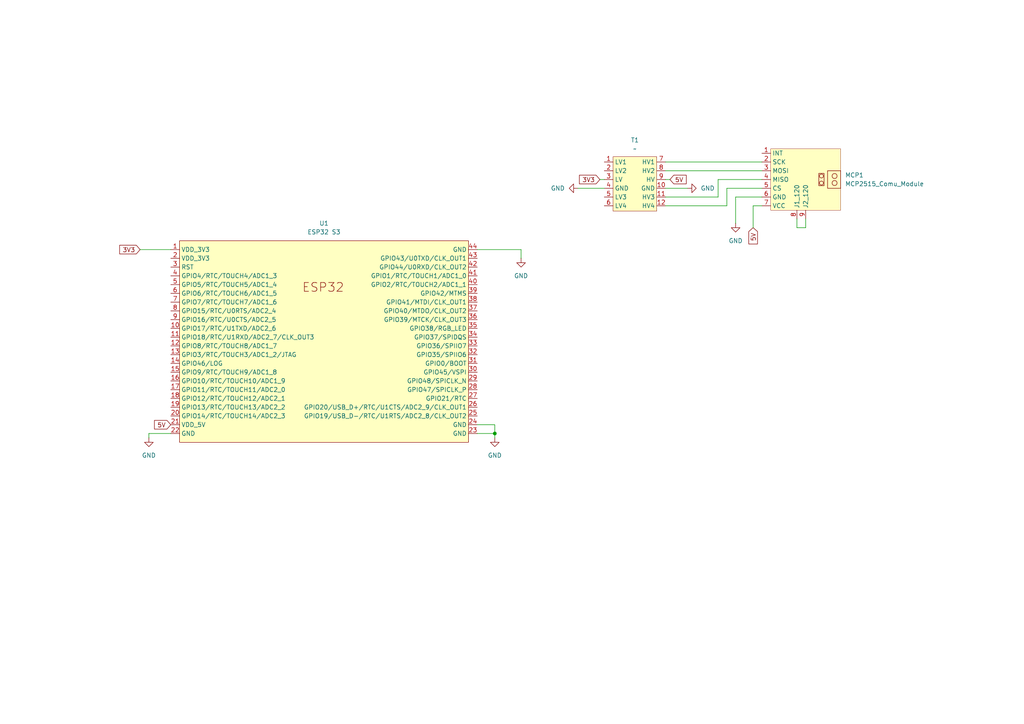
<source format=kicad_sch>
(kicad_sch (version 20250114) (generator "eeschema") (generator_version "9.0")
  (paper "A4")
  (title_block (title "Placa principal (ECU)") (date "2026-01-11") (rev "0.1"))
  (lib_symbols
    (symbol "FSAE_Library:Conver_Logico"
      (property "Reference" "T" (at -5.08 9.144 0))
      (symbol "Conver_Logico_1_1"
        (rectangle (start -6.35 7.874) (end 6.35 -7.874) (stroke (width 0.1016)) (fill (type background)))
        (pin bidirectional line (at -8.89 6.35 0) (length 2.54) (name "LV1") (number "1"))
        (pin bidirectional line (at -8.89 3.81 0) (length 2.54) (name "LV2") (number "2"))
        (pin power_in line (at -8.89 1.27 0) (length 2.54) (name "LV") (number "3"))
        (pin power_in line (at -8.89 -1.27 0) (length 2.54) (name "GND") (number "4"))
        (pin bidirectional line (at -8.89 -3.81 0) (length 2.54) (name "LV3") (number "5"))
        (pin bidirectional line (at -8.89 -6.35 0) (length 2.54) (name "LV4") (number "6"))
        (pin bidirectional line (at 8.89 6.35 180) (length 2.54) (name "HV1") (number "7"))
        (pin bidirectional line (at 8.89 3.81 180) (length 2.54) (name "HV2") (number "8"))
        (pin power_in line (at 8.89 1.27 180) (length 2.54) (name "HV") (number "9"))
        (pin power_in line (at 8.89 -1.27 180) (length 2.54) (name "GND") (number "10"))
        (pin bidirectional line (at 8.89 -3.81 180) (length 2.54) (name "HV3") (number "11"))
        (pin bidirectional line (at 8.89 -6.35 180) (length 2.54) (name "HV4") (number "12"))
      )
    )
    (symbol "FSAE_Library:ESP32 S3"
      (property "Reference" "U" (at -41.656 32.512 0))
      (property "Value" "ESP32 S3" (at -41.656 30.48 0))
      (symbol "ESP32 S3_0_0"
        (text "ESP32" (at -0.254 15.748 0) (effects (font (size 2.54 2.54))))
      )
      (symbol "ESP32 S3_0_1"
        (rectangle (start -41.91 29.21) (end 41.91 -29.21) (fill (type background)))
      )
      (symbol "ESP32 S3_1_1"
        (pin power_out line (at -44.45 26.67 0) (length 2.54) (name "VDD_3V3") (number "1"))
        (pin power_out line (at -44.45 24.13 0) (length 2.54) (name "VDD_3V3") (number "2"))
        (pin input line (at -44.45 21.59 0) (length 2.54) (name "RST") (number "3"))
        (pin bidirectional line (at -44.45 19.05 0) (length 2.54) (name "GPIO4/RTC/TOUCH4/ADC1_3") (number "4"))
        (pin bidirectional line (at -44.45 16.51 0) (length 2.54) (name "GPIO5/RTC/TOUCH5/ADC1_4") (number "5"))
        (pin bidirectional line (at -44.45 13.97 0) (length 2.54) (name "GPIO6/RTC/TOUCH6/ADC1_5") (number "6"))
        (pin bidirectional line (at -44.45 11.43 0) (length 2.54) (name "GPIO7/RTC/TOUCH7/ADC1_6") (number "7"))
        (pin bidirectional line (at -44.45 8.89 0) (length 2.54) (name "GPIO15/RTC/U0RTS/ADC2_4") (number "8"))
        (pin bidirectional line (at -44.45 6.35 0) (length 2.54) (name "GPIO16/RTC/U0CTS/ADC2_5") (number "9"))
        (pin bidirectional line (at -44.45 3.81 0) (length 2.54) (name "GPIO17/RTC/U1TXD/ADC2_6") (number "10"))
        (pin bidirectional line (at -44.45 1.27 0) (length 2.54) (name "GPIO18/RTC/U1RXD/ADC2_7/CLK_OUT3") (number "11"))
        (pin bidirectional line (at -44.45 -1.27 0) (length 2.54) (name "GPIO8/RTC/TOUCH8/ADC1_7") (number "12"))
        (pin bidirectional line (at -44.45 -3.81 0) (length 2.54) (name "GPIO3/RTC/TOUCH3/ADC1_2/JTAG") (number "13"))
        (pin bidirectional line (at -44.45 -6.35 0) (length 2.54) (name "GPIO46/LOG") (number "14"))
        (pin bidirectional line (at -44.45 -8.89 0) (length 2.54) (name "GPIO9/RTC/TOUCH9/ADC1_8") (number "15"))
        (pin bidirectional line (at -44.45 -11.43 0) (length 2.54) (name "GPIO10/RTC/TOUCH10/ADC1_9") (number "16"))
        (pin bidirectional line (at -44.45 -13.97 0) (length 2.54) (name "GPIO11/RTC/TOUCH11/ADC2_0") (number "17"))
        (pin bidirectional line (at -44.45 -16.51 0) (length 2.54) (name "GPIO12/RTC/TOUCH12/ADC2_1") (number "18"))
        (pin bidirectional line (at -44.45 -19.05 0) (length 2.54) (name "GPIO13/RTC/TOUCH13/ADC2_2") (number "19"))
        (pin bidirectional line (at -44.45 -21.59 0) (length 2.54) (name "GPIO14/RTC/TOUCH14/ADC2_3") (number "20"))
        (pin power_out line (at -44.45 -24.13 0) (length 2.54) (name "VDD_5V") (number "21"))
        (pin power_out line (at -44.45 -26.67 0) (length 2.54) (name "GND") (number "22"))
        (pin power_out line (at 44.45 26.67 180) (length 2.54) (name "GND") (number "44"))
        (pin bidirectional line (at 44.45 24.13 180) (length 2.54) (name "GPIO43/U0TXD/CLK_OUT1") (number "43"))
        (pin bidirectional line (at 44.45 21.59 180) (length 2.54) (name "GPIO44/U0RXD/CLK_OUT2") (number "42"))
        (pin bidirectional line (at 44.45 19.05 180) (length 2.54) (name "GPIO1/RTC/TOUCH1/ADC1_0") (number "41"))
        (pin bidirectional line (at 44.45 16.51 180) (length 2.54) (name "GPIO2/RTC/TOUCH2/ADC1_1") (number "40"))
        (pin bidirectional line (at 44.45 13.97 180) (length 2.54) (name "GPIO42/MTMS") (number "39"))
        (pin bidirectional line (at 44.45 11.43 180) (length 2.54) (name "GPIO41/MTDI/CLK_OUT1") (number "38"))
        (pin bidirectional line (at 44.45 8.89 180) (length 2.54) (name "GPIO40/MTDO/CLK_OUT2") (number "37"))
        (pin bidirectional line (at 44.45 6.35 180) (length 2.54) (name "GPIO39/MTCK/CLK_OUT3") (number "36"))
        (pin bidirectional line (at 44.45 3.81 180) (length 2.54) (name "GPIO38/RGB_LED") (number "35"))
        (pin bidirectional line (at 44.45 1.27 180) (length 2.54) (name "GPIO37/SPIDQS") (number "34"))
        (pin bidirectional line (at 44.45 -1.27 180) (length 2.54) (name "GPIO36/SPIIO7") (number "33"))
        (pin bidirectional line (at 44.45 -3.81 180) (length 2.54) (name "GPIO35/SPIIO6") (number "32"))
        (pin bidirectional line (at 44.45 -6.35 180) (length 2.54) (name "GPIO0/BOOT") (number "31"))
        (pin bidirectional line (at 44.45 -8.89 180) (length 2.54) (name "GPIO45/VSPI") (number "30"))
        (pin bidirectional line (at 44.45 -11.43 180) (length 2.54) (name "GPIO48/SPICLK_N") (number "29"))
        (pin bidirectional line (at 44.45 -13.97 180) (length 2.54) (name "GPIO47/SPICLK_P") (number "28"))
        (pin bidirectional line (at 44.45 -16.51 180) (length 2.54) (name "GPIO21/RTC") (number "27"))
        (pin bidirectional line (at 44.45 -19.05 180) (length 2.54) (name "GPIO20/USB_D+/RTC/U1CTS/ADC2_9/CLK_OUT1") (number "26"))
        (pin input line (at 44.45 -21.59 180) (length 2.54) (name "GPIO19/USB_D-/RTC/U1RTS/ADC2_8/CLK_OUT2") (number "25"))
        (pin power_out line (at 44.45 -24.13 180) (length 2.54) (name "GND") (number "24"))
        (pin power_out line (at 44.45 -26.67 180) (length 2.54) (name "GND") (number "23"))
      )
    )
    (symbol "FSAE_Library:MCP2515_Comu_Module"
      (property "Reference" "MCP" (at -8.382 12.7 0))
      (property "Value" "MCP2515_Comu_Module" (at 1.016 10.668 0))
      (symbol "MCP2515_Comu_Module_1_1"
        (rectangle (start -10.16 8.89) (end 10.16 -8.89) (stroke (width 0.0762)) (fill (type background)))
        (rectangle (start 3.81 1.778) (end 5.334 -1.778))
        (circle (center 4.572 1.016) (radius 0.568))
        (circle (center 4.572 -1.016) (radius 0.568))
        (circle (center 8.382 1.016) (radius 0.7184))
        (circle (center 8.382 -1.016) (radius 0.7184))
        (rectangle (start 10.16 2.54) (end 6.35 -2.54))
        (pin output line (at -12.7 7.62 0) (length 2.54) (name "INT") (number "1"))
        (pin input line (at -12.7 5.08 0) (length 2.54) (name "SCK") (number "2"))
        (pin input line (at -12.7 2.54 0) (length 2.54) (name "MOSI") (number "3"))
        (pin output line (at -12.7 0 0) (length 2.54) (name "MISO") (number "4"))
        (pin input line (at -12.7 -2.54 0) (length 2.54) (name "CS") (number "5"))
        (pin power_in line (at -12.7 -5.08 0) (length 2.54) (name "GND") (number "6"))
        (pin power_in line (at -12.7 -7.62 0) (length 2.54) (name "VCC") (number "7"))
        (pin passive line (at -2.54 -11.43 90) (length 2.54) (name "J1_120") (number "8"))
        (pin passive line (at 0 -11.43 90) (length 2.54) (name "J2_120") (number "9"))
      )
    )
    (symbol "power:GND" (power) (pin_numbers (hide yes)) (pin_names (offset 0) (hide yes))
      (property "Value" "GND" (at 0 -3.81 0))
      (symbol "GND_0_1"
        (polyline (pts (xy 0 0) (xy 0 -1.27) (xy 1.27 -1.27) (xy 0 -2.54) (xy -1.27 -1.27) (xy 0 -1.27)))
      )
      (symbol "GND_1_1"
        (pin power_in line (at 0 0 270) (length 0) (name "~") (number "1"))
      )
    )
  )
  (junction (at 143.51 125.73))
  (wire (pts (xy 220.98 59.69) (xy 218.44 59.69)))
  (wire (pts (xy 138.43 72.39) (xy 151.13 72.39)))
  (wire (pts (xy 199.39 54.61) (xy 193.04 54.61)))
  (wire (pts (xy 218.44 59.69) (xy 218.44 66.04)))
  (wire (pts (xy 143.51 125.73) (xy 143.51 127)))
  (wire (pts (xy 193.04 49.53) (xy 220.98 49.53)))
  (wire (pts (xy 208.28 52.07) (xy 220.98 52.07)))
  (wire (pts (xy 193.04 46.99) (xy 220.98 46.99)))
  (wire (pts (xy 194.31 52.07) (xy 193.04 52.07)))
  (wire (pts (xy 210.82 54.61) (xy 220.98 54.61)))
  (wire (pts (xy 193.04 57.15) (xy 208.28 57.15)))
  (wire (pts (xy 138.43 123.19) (xy 143.51 123.19)))
  (wire (pts (xy 231.14 63.5) (xy 231.14 66.04)))
  (wire (pts (xy 49.53 125.73) (xy 43.18 125.73)))
  (wire (pts (xy 143.51 123.19) (xy 143.51 125.73)))
  (wire (pts (xy 220.98 57.15) (xy 213.36 57.15)))
  (wire (pts (xy 208.28 57.15) (xy 208.28 52.07)))
  (wire (pts (xy 167.64 54.61) (xy 175.26 54.61)))
  (wire (pts (xy 138.43 125.73) (xy 143.51 125.73)))
  (wire (pts (xy 210.82 59.69) (xy 210.82 54.61)))
  (wire (pts (xy 40.64 72.39) (xy 49.53 72.39)))
  (wire (pts (xy 193.04 59.69) (xy 210.82 59.69)))
  (wire (pts (xy 43.18 125.73) (xy 43.18 127)))
  (wire (pts (xy 213.36 57.15) (xy 213.36 64.77)))
  (wire (pts (xy 151.13 72.39) (xy 151.13 74.93)))
  (wire (pts (xy 233.68 66.04) (xy 233.68 63.5)))
  (wire (pts (xy 231.14 66.04) (xy 233.68 66.04)))
  (wire (pts (xy 173.99 52.07) (xy 175.26 52.07)))
  (global_label "3V3" (shape input) (at 173.99 52.07 180) (property "Intersheetrefs" "${INTERSHEET_REFS}" (effects (hide yes))))
  (global_label "5V" (shape input) (at 194.31 52.07 0) (property "Intersheetrefs" "${INTERSHEET_REFS}" (effects (hide yes))))
  (global_label "5V" (shape input) (at 49.53 123.19 180) (property "Intersheetrefs" "${INTERSHEET_REFS}" (effects (hide yes))))
  (global_label "3V3" (shape input) (at 40.64 72.39 180) (property "Intersheetrefs" "${INTERSHEET_REFS}" (effects (hide yes))))
  (global_label "5V" (shape input) (at 218.44 66.04 270) (property "Intersheetrefs" "${INTERSHEET_REFS}" (effects (hide yes))))
  (symbol (lib_id "FSAE_Library:MCP2515_Comu_Module") (at 233.68 52.07 0) (unit 1)
    (property "Reference" "MCP1" (at 245.11 50.7999 0) (effects (justify left)))
    (property "Value" "MCP2515_Comu_Module" (at 245.11 53.3399 0) (effects (justify left)))
    (property "Footprint" "FSAE_Library:MCP2515_Comun_Module" (effects (hide yes)))
  )
  (symbol (lib_id "FSAE_Library:Conver_Logico") (at 184.15 53.34 0) (unit 1)
    (property "Reference" "T1" (at 184.15 40.64 0))
    (property "Value" "~" (at 184.15 43.18 0))
    (property "Footprint" "FSAE_Library:Conver_Logico" (effects (hide yes)))
  )
  (symbol (lib_id "power:GND") (at 213.36 64.77 0) (unit 1)
    (property "Reference" "#PWR01" (effects (hide yes)))
    (property "Value" "GND" (at 213.36 69.85 0))
    (property "Description" "Power symbol creates a global label with name \"GND\" , ground" (effects (hide yes)))
  )
  (symbol (lib_id "FSAE_Library:ESP32 S3") (at 93.98 99.06 0) (unit 1)
    (property "Reference" "U1" (at 93.98 64.77 0))
    (property "Value" "ESP32 S3" (at 93.98 67.31 0))
    (property "Footprint" "FSAE_Library:ESP32 S3" (effects (hide yes)))
    (property "Datasheet" "https://www.espressif.com/sites/default/files/documentation/esp32_datasheet_en.pdf" (effects (hide yes)))
    (property "Description" "ESP32 is a single 2.4 GHz Wi-Fi-and-Bluetooth combo chip designed with the TSMC ultra-low-power 40 nmtechnology." (effects (hide yes)))
  )
  (symbol (lib_id "power:GND") (at 43.18 127 0) (unit 1)
    (property "Reference" "#PWR04" (effects (hide yes)))
    (property "Value" "GND" (at 43.18 132.08 0))
    (property "Description" "Power symbol creates a global label with name \"GND\" , ground" (effects (hide yes)))
  )
  (symbol (lib_id "power:GND") (at 143.51 127 0) (unit 1)
    (property "Reference" "#PWR03" (effects (hide yes)))
    (property "Value" "GND" (at 143.51 132.08 0))
    (property "Description" "Power symbol creates a global label with name \"GND\" , ground" (effects (hide yes)))
  )
  (symbol (lib_id "power:GND") (at 151.13 74.93 0) (unit 1)
    (property "Reference" "#PWR02" (effects (hide yes)))
    (property "Value" "GND" (at 151.13 80.01 0))
    (property "Description" "Power symbol creates a global label with name \"GND\" , ground" (effects (hide yes)))
  )
  (symbol (lib_id "power:GND") (at 199.39 54.61 90) (unit 1)
    (property "Reference" "#PWR05" (effects (hide yes)))
    (property "Value" "GND" (at 203.2 54.6099 90) (effects (justify right)))
    (property "Description" "Power symbol creates a global label with name \"GND\" , ground" (effects (hide yes)))
  )
  (symbol (lib_id "power:GND") (at 167.64 54.61 270) (unit 1)
    (property "Reference" "#PWR06" (effects (hide yes)))
    (property "Value" "GND" (at 163.83 54.6099 90) (effects (justify right)))
    (property "Description" "Power symbol creates a global label with name \"GND\" , ground" (effects (hide yes)))
  )
)
</source>
